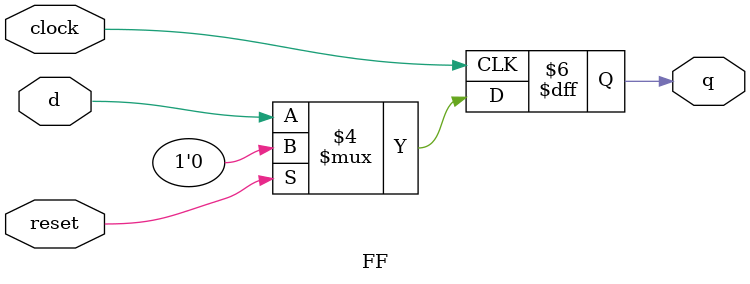
<source format=v>
module part3(clock, reset, ParallelLoadn, RotateRight, ASRight, Data_IN, Q);
	input clock, reset, ParallelLoadn, RotateRight, ASRight;
	input [7:0] Data_IN;
	output [7:0] Q;

	wire wire71, wire72, wire73;

	mux2to1 mux71(.x(Q[0]), .y(Q[7]), .s(ASRight), .m(wire71));
	mux2to1 mux72(.x(Q[6]), .y(wire71), .s(RotateRight), .m(wire72));
	mux2to1 mux73(.x(Data_IN[7]), .y(wire72), .s(ParallelLoadn), .m(wire73));
	FF ff7(.d(wire73), .q(Q[7]), .clock(clock), .reset(reset));
	
	wire wire61, wire62; 

	mux2to1 mux61(.x(Q[5]), .y(Q[7]), .s(RotateRight), .m(wire61));
	mux2to1 mux62(.x(Data_IN[6]), .y(wire61), .s(ParallelLoadn), .m(wire62));
	FF ff6(.d(wire62), .q(Q[6]), .clock(clock), .reset(reset));

	wire wire51, wire52;
	mux2to1 mux51(.x(Q[4]), .y(Q[6]), .s(RotateRight), .m(wire51));
	mux2to1 mux52(.x(Data_IN[5]), .y(wire51), .s(ParallelLoadn), .m(wire52));
	FF ff5(.d(wire52), .q(Q[5]), .clock(clock), .reset(reset));

	wire wire41, wire42;
	mux2to1 mux41(.x(Q[3]), .y(Q[5]), .s(RotateRight), .m(wire41));
	mux2to1 mux42(.x(Data_IN[4]), .y(wire41), .s(ParallelLoadn), .m(wire42));
	FF ff4(.d(wire42), .q(Q[4]), .clock(clock), .reset(reset));

	wire wire31, wire32;
	mux2to1 mux31(.x(Q[2]), .y(Q[4]), .s(RotateRight), .m(wire31));
	mux2to1 mux32(.x(Data_IN[3]), .y(wire31), .s(ParallelLoadn), .m(wire32));
	FF ff3(.d(wire32), .q(Q[3]), .clock(clock), .reset(reset));

	wire wire21, wire22;
	mux2to1 mux21(.x(Q[1]), .y(Q[3]), .s(RotateRight), .m(wire21));
	mux2to1 mux22(.x(Data_IN[2]), .y(wire21), .s(ParallelLoadn), .m(wire22));
	FF ff2(.d(wire22), .q(Q[2]), .clock(clock), .reset(reset));

	wire wire11, wire12;
	mux2to1 mux11(.x(Q[0]), .y(Q[2]), .s(RotateRight), .m(wire11));
	mux2to1 mux12(.x(Data_IN[1]), .y(wire11), .s(ParallelLoadn), .m(wire12));
	FF ff1(.d(wire12), .q(Q[1]), .clock(clock), .reset(reset));

	wire wire01, wire02;
	mux2to1 mux01(.x(Q[7]), .y(Q[1]), .s(RotateRight), .m(wire01));
	mux2to1 mux02(.x(Data_IN[0]), .y(wire01), .s(ParallelLoadn), .m(wire02));
	FF ff0(.d(wire02), .q(Q[0]), .clock(clock), .reset(reset));
	

endmodule

module mux2to1(x,y,s,m);
	input x,y,s;
	output m;
	assign m = s & y | ~s & x;
endmodule

module FF(d, q, clock, reset);
	input d, clock, reset;
	output reg q;
	always@(posedge clock)
	begin
		if(reset == 1'b1)
			q<=0;
		else
			q<=d;
	end
endmodule
	
</source>
